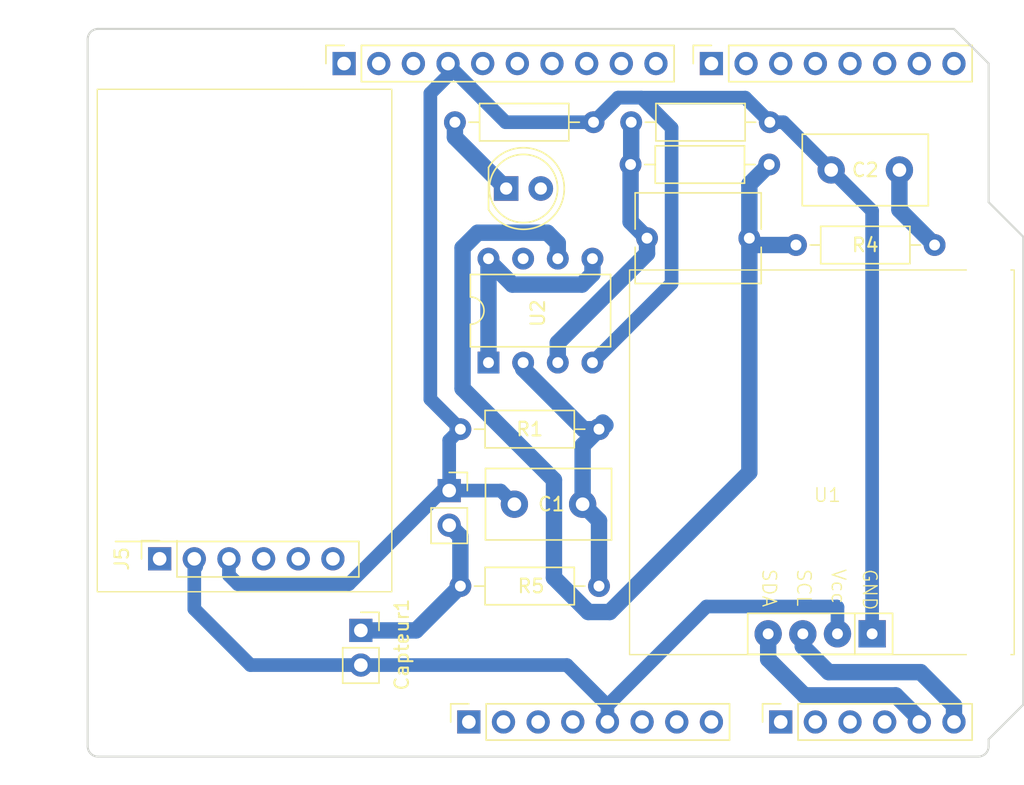
<source format=kicad_pcb>
(kicad_pcb (version 20241229) (generator "pcbnew") (generator_version "9.0")
  (title_block (date "mar. 31 mars 2015"))
  (layers (0 "F.Cu" signal) (2 "B.Cu" signal) (13 "F.Paste" user) (15 "B.Paste" user) (5 "F.SilkS" user "F.Silkscreen") (7 "B.SilkS" user "B.Silkscreen") (1 "F.Mask" user) (3 "B.Mask" user) (25 "Edge.Cuts" user))
  (net 0 "")
  (net 1 "GND")
  (net 3 "+5V")
  (net 4 "/IOREF")
  (net 5 "Net-(U2--)")
  (net 6 "/A1")
  (net 7 "/A2")
  (net 8 "/A3")
  (net 9 "/SDA{slash}A4")
  (net 10 "/SCL{slash}A5")
  (net 11 "/13")
  (net 12 "/12")
  (net 13 "/AREF")
  (net 14 "/8")
  (net 15 "/7")
  (net 16 "/*11")
  (net 17 "/*10")
  (net 18 "/*9")
  (net 19 "/4")
  (net 20 "/2")
  (net 21 "/*6")
  (net 22 "/*5")
  (net 23 "/TX{slash}1")
  (net 24 "/*3")
  (net 25 "/RX{slash}0")
  (net 26 "+3V3")
  (net 27 "VCC")
  (net 28 "/~{RESET}")
  (net 29 "AmpliOut")
  (net 30 "Net-(C4-Pad1)")
  (net 31 "Net-(U2-+)")
  (net 34 "Net-(D1-K)")
  (footprint "Connector_PinSocket_2.54mm:PinSocket_1x08_P2.54mm_Vertical" (layer "F.Cu") (at 127.94 97.46 90)
    (property "Reference" "J1" (hide yes))
    (property "Value" "Power")
    (fp_line (start 1.33 -1.33) (end 1.33 0) (stroke (width 0.12)) (layer "F.SilkS"))
    (fp_line (start 0 -1.33) (end 1.33 -1.33) (stroke (width 0.12)) (layer "F.SilkS"))
    (fp_line (start 1.33 1.27) (end 1.33 19.11) (stroke (width 0.12)) (layer "F.SilkS"))
    (fp_line (start -1.33 1.27) (end 1.33 1.27) (stroke (width 0.12)) (layer "F.SilkS"))
    (fp_line (start -1.33 1.27) (end -1.33 19.11) (stroke (width 0.12)) (layer "F.SilkS"))
    (fp_line (start -1.33 19.11) (end 1.33 19.11) (stroke (width 0.12)) (layer "F.SilkS"))
    (pad "1" thru_hole rect (at 0 0 90) (size 1.7 1.7) (drill 1) (layers "*.Cu" "*.Mask"))
    (pad "2" thru_hole oval (at 0 2.54 90) (size 1.7 1.7) (drill 1) (layers "*.Cu" "*.Mask") (net 4 "/IOREF"))
    (pad "3" thru_hole oval (at 0 5.08 90) (size 1.7 1.7) (drill 1) (layers "*.Cu" "*.Mask") (net 28 "/~{RESET}"))
    (pad "4" thru_hole oval (at 0 7.62 90) (size 1.7 1.7) (drill 1) (layers "*.Cu" "*.Mask") (net 26 "+3V3"))
    (pad "5" thru_hole oval (at 0 10.16 90) (size 1.7 1.7) (drill 1) (layers "*.Cu" "*.Mask") (net 3 "+5V"))
    (pad "6" thru_hole oval (at 0 12.7 90) (size 1.7 1.7) (drill 1) (layers "*.Cu" "*.Mask") (net 1 "GND"))
    (pad "7" thru_hole oval (at 0 15.24 90) (size 1.7 1.7) (drill 1) (layers "*.Cu" "*.Mask") (net 1 "GND"))
    (pad "8" thru_hole oval (at 0 17.78 90) (size 1.7 1.7) (drill 1) (layers "*.Cu" "*.Mask") (net 27 "VCC"))
  )
  (footprint "Connector_PinSocket_2.54mm:PinSocket_1x06_P2.54mm_Vertical" (layer "F.Cu") (at 150.8 97.46 90)
    (property "Reference" "J3" (hide yes))
    (property "Value" "Analog")
    (fp_line (start 1.33 -1.33) (end 1.33 0) (stroke (width 0.12)) (layer "F.SilkS"))
    (fp_line (start 0 -1.33) (end 1.33 -1.33) (stroke (width 0.12)) (layer "F.SilkS"))
    (fp_line (start 1.33 1.27) (end 1.33 14.03) (stroke (width 0.12)) (layer "F.SilkS"))
    (fp_line (start -1.33 1.27) (end 1.33 1.27) (stroke (width 0.12)) (layer "F.SilkS"))
    (fp_line (start -1.33 1.27) (end -1.33 14.03) (stroke (width 0.12)) (layer "F.SilkS"))
    (fp_line (start -1.33 14.03) (end 1.33 14.03) (stroke (width 0.12)) (layer "F.SilkS"))
    (pad "1" thru_hole rect (at 0 0 90) (size 1.7 1.7) (drill 1) (layers "*.Cu" "*.Mask") (net 29 "AmpliOut"))
    (pad "2" thru_hole oval (at 0 2.54 90) (size 1.7 1.7) (drill 1) (layers "*.Cu" "*.Mask") (net 6 "/A1"))
    (pad "3" thru_hole oval (at 0 5.08 90) (size 1.7 1.7) (drill 1) (layers "*.Cu" "*.Mask") (net 7 "/A2"))
    (pad "4" thru_hole oval (at 0 7.62 90) (size 1.7 1.7) (drill 1) (layers "*.Cu" "*.Mask") (net 8 "/A3"))
    (pad "5" thru_hole oval (at 0 10.16 90) (size 1.7 1.7) (drill 1) (layers "*.Cu" "*.Mask") (net 9 "/SDA{slash}A4"))
    (pad "6" thru_hole oval (at 0 12.7 90) (size 1.7 1.7) (drill 1) (layers "*.Cu" "*.Mask") (net 10 "/SCL{slash}A5"))
  )
  (footprint "Connector_PinSocket_2.54mm:PinSocket_1x10_P2.54mm_Vertical" (layer "F.Cu") (at 118.796 49.2 90)
    (property "Reference" "J2" (hide yes))
    (property "Value" "Digital/PWM")
    (fp_line (start 1.33 -1.33) (end 1.33 0) (stroke (width 0.12)) (layer "F.SilkS"))
    (fp_line (start 0 -1.33) (end 1.33 -1.33) (stroke (width 0.12)) (layer "F.SilkS"))
    (fp_line (start 1.33 1.27) (end 1.33 24.19) (stroke (width 0.12)) (layer "F.SilkS"))
    (fp_line (start -1.33 1.27) (end 1.33 1.27) (stroke (width 0.12)) (layer "F.SilkS"))
    (fp_line (start -1.33 1.27) (end -1.33 24.19) (stroke (width 0.12)) (layer "F.SilkS"))
    (fp_line (start -1.33 24.19) (end 1.33 24.19) (stroke (width 0.12)) (layer "F.SilkS"))
    (pad "1" thru_hole rect (at 0 0 90) (size 1.7 1.7) (drill 1) (layers "*.Cu" "*.Mask") (net 10 "/SCL{slash}A5"))
    (pad "2" thru_hole oval (at 0 2.54 90) (size 1.7 1.7) (drill 1) (layers "*.Cu" "*.Mask") (net 9 "/SDA{slash}A4"))
    (pad "3" thru_hole oval (at 0 5.08 90) (size 1.7 1.7) (drill 1) (layers "*.Cu" "*.Mask") (net 13 "/AREF"))
    (pad "4" thru_hole oval (at 0 7.62 90) (size 1.7 1.7) (drill 1) (layers "*.Cu" "*.Mask") (net 1 "GND"))
    (pad "5" thru_hole oval (at 0 10.16 90) (size 1.7 1.7) (drill 1) (layers "*.Cu" "*.Mask") (net 11 "/13"))
    (pad "6" thru_hole oval (at 0 12.7 90) (size 1.7 1.7) (drill 1) (layers "*.Cu" "*.Mask") (net 12 "/12"))
    (pad "7" thru_hole oval (at 0 15.24 90) (size 1.7 1.7) (drill 1) (layers "*.Cu" "*.Mask") (net 16 "/*11"))
    (pad "8" thru_hole oval (at 0 17.78 90) (size 1.7 1.7) (drill 1) (layers "*.Cu" "*.Mask") (net 17 "/*10"))
    (pad "9" thru_hole oval (at 0 20.32 90) (size 1.7 1.7) (drill 1) (layers "*.Cu" "*.Mask") (net 18 "/*9"))
    (pad "10" thru_hole oval (at 0 22.86 90) (size 1.7 1.7) (drill 1) (layers "*.Cu" "*.Mask") (net 14 "/8"))
  )
  (footprint "Connector_PinSocket_2.54mm:PinSocket_1x08_P2.54mm_Vertical" (layer "F.Cu") (at 145.72 49.2 90)
    (property "Reference" "J4" (hide yes))
    (property "Value" "Digital/PWM")
    (fp_line (start 1.33 -1.33) (end 1.33 0) (stroke (width 0.12)) (layer "F.SilkS"))
    (fp_line (start 0 -1.33) (end 1.33 -1.33) (stroke (width 0.12)) (layer "F.SilkS"))
    (fp_line (start 1.33 1.27) (end 1.33 19.11) (stroke (width 0.12)) (layer "F.SilkS"))
    (fp_line (start -1.33 1.27) (end 1.33 1.27) (stroke (width 0.12)) (layer "F.SilkS"))
    (fp_line (start -1.33 1.27) (end -1.33 19.11) (stroke (width 0.12)) (layer "F.SilkS"))
    (fp_line (start -1.33 19.11) (end 1.33 19.11) (stroke (width 0.12)) (layer "F.SilkS"))
    (pad "1" thru_hole rect (at 0 0 90) (size 1.7 1.7) (drill 1) (layers "*.Cu" "*.Mask") (net 15 "/7"))
    (pad "2" thru_hole oval (at 0 2.54 90) (size 1.7 1.7) (drill 1) (layers "*.Cu" "*.Mask") (net 21 "/*6"))
    (pad "3" thru_hole oval (at 0 5.08 90) (size 1.7 1.7) (drill 1) (layers "*.Cu" "*.Mask") (net 22 "/*5"))
    (pad "4" thru_hole oval (at 0 7.62 90) (size 1.7 1.7) (drill 1) (layers "*.Cu" "*.Mask") (net 19 "/4"))
    (pad "5" thru_hole oval (at 0 10.16 90) (size 1.7 1.7) (drill 1) (layers "*.Cu" "*.Mask") (net 24 "/*3"))
    (pad "6" thru_hole oval (at 0 12.7 90) (size 1.7 1.7) (drill 1) (layers "*.Cu" "*.Mask") (net 20 "/2"))
    (pad "7" thru_hole oval (at 0 15.24 90) (size 1.7 1.7) (drill 1) (layers "*.Cu" "*.Mask") (net 23 "/TX{slash}1"))
    (pad "8" thru_hole oval (at 0 17.78 90) (size 1.7 1.7) (drill 1) (layers "*.Cu" "*.Mask") (net 25 "/RX{slash}0"))
  )
  (footprint "Capacitor_THT:C_Disc_D9.0mm_W5.0mm_P5.00mm" (layer "F.Cu") (at 131.28 81.5)
    (property "Reference" "C1" (at 2.72 0 0) (layer "F.SilkS"))
    (property "Value" "100n" (hide yes))
    (fp_line (start -2.12 -2.62) (end -2.12 2.62) (stroke (width 0.12)) (layer "F.SilkS"))
    (fp_line (start -2.12 -2.62) (end 7.12 -2.62) (stroke (width 0.12)) (layer "F.SilkS"))
    (fp_line (start -2.12 2.62) (end 7.12 2.62) (stroke (width 0.12)) (layer "F.SilkS"))
    (fp_line (start 7.12 -2.62) (end 7.12 2.62) (stroke (width 0.12)) (layer "F.SilkS"))
    (pad "1" thru_hole circle (at 0 0) (size 2 2) (drill 1) (layers "*.Cu" "*.Mask") (net 1 "GND"))
    (pad "2" thru_hole circle (at 5 0) (size 2 2) (drill 1) (layers "*.Cu" "*.Mask") (net 5 "Net-(U2--)"))
  )
  (footprint "Resistor_THT:R_Axial_DIN0207_L6.3mm_D2.5mm_P10.16mm_Horizontal" (layer "F.Cu") (at 127.32 87.5)
    (property "Reference" "R5" (at 5.18 0 0) (layer "F.SilkS"))
    (property "Value" "10k" (hide yes))
    (fp_line (start 1.04 0) (end 1.81 0) (stroke (width 0.12)) (layer "F.SilkS"))
    (fp_line (start 1.81 -1.37) (end 1.81 1.37) (stroke (width 0.12)) (layer "F.SilkS"))
    (fp_line (start 1.81 1.37) (end 8.35 1.37) (stroke (width 0.12)) (layer "F.SilkS"))
    (fp_line (start 8.35 -1.37) (end 1.81 -1.37) (stroke (width 0.12)) (layer "F.SilkS"))
    (fp_line (start 8.35 1.37) (end 8.35 -1.37) (stroke (width 0.12)) (layer "F.SilkS"))
    (fp_line (start 9.12 0) (end 8.35 0) (stroke (width 0.12)) (layer "F.SilkS"))
    (pad "1" thru_hole circle (at 0 0) (size 1.6 1.6) (drill 0.8) (layers "*.Cu" "*.Mask") (net 22 "/*5"))
    (pad "2" thru_hole oval (at 10.16 0) (size 1.6 1.6) (drill 0.8) (layers "*.Cu" "*.Mask") (net 5 "Net-(U2--)"))
  )
  (footprint "projet_capteur_artur:HC-05_footprint" (layer "F.Cu") (at 105.277 85.502 90)
    (property "Reference" "J5" (at 0 -2.77 90) (layer "F.SilkS"))
    (property "Value" "HC-05")
    (fp_line (start 1.27 -3.235) (end 1.27 14.605) (stroke (width 0.12)) (layer "F.SilkS"))
    (fp_line (start 1.33 -1.33) (end 1.33 0) (stroke (width 0.12)) (layer "F.SilkS"))
    (fp_line (start 0 -1.33) (end 1.33 -1.33) (stroke (width 0.12)) (layer "F.SilkS"))
    (fp_line (start -1.33 1.27) (end 1.33 1.27) (stroke (width 0.12)) (layer "F.SilkS"))
    (fp_line (start -1.33 1.27) (end -1.33 14.605) (stroke (width 0.12)) (layer "F.SilkS"))
    (fp_line (start -1.33 14.605) (end 1.27 14.605) (stroke (width 0.12)) (layer "F.SilkS"))
    (fp_rect (start -2.413 -4.572) (end 34.417 17.018) (stroke (width 0.1)) (fill no) (layer "F.SilkS"))
    (pad "1" thru_hole rect (at 0 0 90) (size 1.7 1.7) (drill 1) (layers "*.Cu" "*.Mask"))
    (pad "2" thru_hole oval (at 0 2.54 90) (size 1.7 1.7) (drill 1) (layers "*.Cu" "*.Mask") (net 3 "+5V"))
    (pad "3" thru_hole oval (at 0 5.08 90) (size 1.7 1.7) (drill 1) (layers "*.Cu" "*.Mask") (net 1 "GND"))
    (pad "4" thru_hole oval (at 0 7.62 90) (size 1.7 1.7) (drill 1) (layers "*.Cu" "*.Mask") (net 20 "/2"))
    (pad "5" thru_hole oval (at 0 10.16 90) (size 1.7 1.7) (drill 1) (layers "*.Cu" "*.Mask") (net 24 "/*3"))
    (pad "6" thru_hole oval (at 0 12.7 90) (size 1.7 1.7) (drill 1) (layers "*.Cu" "*.Mask"))
  )
  (footprint "Connector_PinSocket_2.54mm:PinSocket_1x02_P2.54mm_Vertical" (layer "F.Cu") (at 126.5 80.5)
    (property "Reference" "Entree_Sin1" (hide yes))
    (property "Value" "Conn_01x02" (hide yes))
    (fp_line (start -1.33 1.27) (end -1.33 3.87) (stroke (width 0.12)) (layer "F.SilkS"))
    (fp_line (start -1.33 1.27) (end 1.33 1.27) (stroke (width 0.12)) (layer "F.SilkS"))
    (fp_line (start -1.33 3.87) (end 1.33 3.87) (stroke (width 0.12)) (layer "F.SilkS"))
    (fp_line (start 0 -1.33) (end 1.33 -1.33) (stroke (width 0.12)) (layer "F.SilkS"))
    (fp_line (start 1.33 -1.33) (end 1.33 0) (stroke (width 0.12)) (layer "F.SilkS"))
    (fp_line (start 1.33 1.27) (end 1.33 3.87) (stroke (width 0.12)) (layer "F.SilkS"))
    (pad "1" thru_hole rect (at 0 0) (size 1.7 1.7) (drill 1) (layers "*.Cu" "*.Mask") (net 1 "GND"))
    (pad "2" thru_hole oval (at 0 2.54) (size 1.7 1.7) (drill 1) (layers "*.Cu" "*.Mask") (net 22 "/*5"))
  )
  (footprint "Resistor_THT:R_Axial_DIN0207_L6.3mm_D2.5mm_P10.16mm_Horizontal" (layer "F.Cu") (at 137.48 76 180)
    (property "Reference" "R1" (at 5.08 0 0) (layer "F.SilkS"))
    (property "Value" "100k" (hide yes))
    (fp_line (start 9.12 0) (end 8.35 0) (stroke (width 0.12)) (layer "F.SilkS"))
    (fp_line (start 8.35 1.37) (end 8.35 -1.37) (stroke (width 0.12)) (layer "F.SilkS"))
    (fp_line (start 8.35 -1.37) (end 1.81 -1.37) (stroke (width 0.12)) (layer "F.SilkS"))
    (fp_line (start 1.81 1.37) (end 8.35 1.37) (stroke (width 0.12)) (layer "F.SilkS"))
    (fp_line (start 1.81 -1.37) (end 1.81 1.37) (stroke (width 0.12)) (layer "F.SilkS"))
    (fp_line (start 1.04 0) (end 1.81 0) (stroke (width 0.12)) (layer "F.SilkS"))
    (pad "1" thru_hole circle (at 0 0 180) (size 1.6 1.6) (drill 0.8) (layers "*.Cu" "*.Mask") (net 5 "Net-(U2--)"))
    (pad "2" thru_hole oval (at 10.16 0 180) (size 1.6 1.6) (drill 0.8) (layers "*.Cu" "*.Mask") (net 1 "GND"))
  )
  (footprint "projet_capteur_artur:OLED1306" (layer "F.Cu") (at 154.22 80.33 180)
    (property "Reference" "U1" (at 0 -0.5 0) (layer "F.SilkS") (effects (font (thickness 0.1))))
    (property "Value" "~" (hide yes))
    (fp_line (start 5.84 -9.17) (end -4.78 -9.17) (stroke (width 0.12)) (layer "F.SilkS"))
    (fp_line (start 5.84 -12.17) (end 5.84 -9.17) (stroke (width 0.12)) (layer "F.SilkS"))
    (fp_line (start -2.01 -12.17) (end -2.01 -9.17) (stroke (width 0.12)) (layer "F.SilkS"))
    (fp_line (start -4.78 -9.17) (end -4.78 -12.17) (stroke (width 0.12)) (layer "F.SilkS"))
    (fp_line (start -4.78 -12.17) (end 5.84 -12.17) (stroke (width 0.12)) (layer "F.SilkS"))
    (fp_rect (start -13.694 -12.194) (end 14.5 16) (stroke (width 0.1)) (fill no) (layer "F.SilkS"))
    (fp_text user "Vcc" (at -0.232 -5.844 270) (layer "F.SilkS") (effects (font (thickness 0.1)) (justify left bottom)))
    (fp_text user "SDA" (at 4.848 -5.844 270) (layer "F.SilkS") (effects (font (thickness 0.1)) (justify left bottom)))
    (fp_text user "SCL" (at 2.308 -5.844 270) (layer "F.SilkS") (effects (font (thickness 0.1)) (justify left bottom)))
    (fp_text user "GND" (at -2.518 -5.844 270) (layer "F.SilkS") (effects (font (thickness 0.1)) (justify left bottom)))
    (pad "1" thru_hole rect (at -3.28 -10.67 180) (size 2 2) (drill 0.8) (layers "*.Cu" "*.Mask") (net 1 "GND"))
    (pad "2" thru_hole circle (at -0.74 -10.67 180) (size 2 2) (drill 0.8) (layers "*.Cu" "*.Mask") (net 3 "+5V"))
    (pad "3" thru_hole circle (at 1.8 -10.67 180) (size 2 2) (drill 0.8) (layers "*.Cu" "*.Mask") (net 10 "/SCL{slash}A5"))
    (pad "4" thru_hole circle (at 4.34 -10.67 180) (size 2 2) (drill 0.8) (layers "*.Cu" "*.Mask") (net 9 "/SDA{slash}A4"))
  )
  (footprint "Resistor_THT:R_Axial_DIN0207_L6.3mm_D2.5mm_P10.16mm_Horizontal" (layer "F.Cu") (at 139.84 53.5)
    (property "Reference" "R2" (hide yes))
    (property "Value" "1k" (hide yes))
    (fp_line (start 1.04 0) (end 1.81 0) (stroke (width 0.12)) (layer "F.SilkS"))
    (fp_line (start 1.81 -1.37) (end 1.81 1.37) (stroke (width 0.12)) (layer "F.SilkS"))
    (fp_line (start 1.81 1.37) (end 8.35 1.37) (stroke (width 0.12)) (layer "F.SilkS"))
    (fp_line (start 8.35 -1.37) (end 1.81 -1.37) (stroke (width 0.12)) (layer "F.SilkS"))
    (fp_line (start 8.35 1.37) (end 8.35 -1.37) (stroke (width 0.12)) (layer "F.SilkS"))
    (fp_line (start 9.12 0) (end 8.35 0) (stroke (width 0.12)) (layer "F.SilkS"))
    (pad "1" thru_hole circle (at 0 0) (size 1.6 1.6) (drill 0.8) (layers "*.Cu" "*.Mask") (net 31 "Net-(U2-+)"))
    (pad "2" thru_hole oval (at 10.16 0) (size 1.6 1.6) (drill 0.8) (layers "*.Cu" "*.Mask") (net 1 "GND"))
  )
  (footprint "Capacitor_THT:C_Rect_L9.0mm_W6.4mm_P7.50mm_MKT" (layer "F.Cu") (at 148.5 62 180)
    (property "Reference" "C4" (hide yes))
    (property "Value" "1µ" (hide yes))
    (fp_line (start 8.37 0.665) (end 8.37 3.32) (stroke (width 0.12)) (layer "F.SilkS"))
    (fp_line (start 8.37 -3.32) (end 8.37 -0.665) (stroke (width 0.12)) (layer "F.SilkS"))
    (fp_line (start -0.87 3.32) (end 8.37 3.32) (stroke (width 0.12)) (layer "F.SilkS"))
    (fp_line (start -0.87 0.665) (end -0.87 3.32) (stroke (width 0.12)) (layer "F.SilkS"))
    (fp_line (start -0.87 -3.32) (end 8.37 -3.32) (stroke (width 0.12)) (layer "F.SilkS"))
    (fp_line (start -0.87 -3.32) (end -0.87 -0.665) (stroke (width 0.12)) (layer "F.SilkS"))
    (pad "1" thru_hole circle (at 0 0 180) (size 1.6 1.6) (drill 0.8) (layers "*.Cu" "*.Mask") (net 30 "Net-(C4-Pad1)"))
    (pad "2" thru_hole circle (at 7.5 0 180) (size 1.6 1.6) (drill 0.8) (layers "*.Cu" "*.Mask") (net 31 "Net-(U2-+)"))
  )
  (footprint "Package_DIP:DIP-8_W7.62mm" (layer "F.Cu") (at 129.38 71.12 90)
    (property "Reference" "U2" (at 3.62 3.62 90) (layer "F.SilkS"))
    (property "Value" "LTC1050")
    (fp_line (start 6.46 -1.33) (end 4.81 -1.33) (stroke (width 0.12)) (layer "F.SilkS"))
    (fp_line (start 2.81 -1.33) (end 1.16 -1.33) (stroke (width 0.12)) (layer "F.SilkS"))
    (fp_line (start 1.16 -1.33) (end 1.16 8.95) (stroke (width 0.12)) (layer "F.SilkS"))
    (fp_line (start 6.46 8.95) (end 6.46 -1.33) (stroke (width 0.12)) (layer "F.SilkS"))
    (fp_line (start 1.16 8.95) (end 6.46 8.95) (stroke (width 0.12)) (layer "F.SilkS"))
    (fp_arc (start 4.81 -1.33) (mid 3.81 -0.33) (end 2.81 -1.33) (stroke (width 0.12)) (layer "F.SilkS"))
    (pad "1" thru_hole rect (at 0 0 90) (size 1.6 1.6) (drill 0.8) (layers "*.Cu" "*.Mask"))
    (pad "2" thru_hole oval (at 0 2.54 90) (size 1.6 1.6) (drill 0.8) (layers "*.Cu" "*.Mask") (net 5 "Net-(U2--)"))
    (pad "3" thru_hole oval (at 0 5.08 90) (size 1.6 1.6) (drill 0.8) (layers "*.Cu" "*.Mask") (net 31 "Net-(U2-+)"))
    (pad "4" thru_hole oval (at 0 7.62 90) (size 1.6 1.6) (drill 0.8) (layers "*.Cu" "*.Mask") (net 1 "GND"))
    (pad "5" thru_hole oval (at 7.62 7.62 90) (size 1.6 1.6) (drill 0.8) (layers "*.Cu" "*.Mask"))
    (pad "6" thru_hole oval (at 7.62 5.08 90) (size 1.6 1.6) (drill 0.8) (layers "*.Cu" "*.Mask") (net 30 "Net-(C4-Pad1)"))
    (pad "7" thru_hole oval (at 7.62 2.54 90) (size 1.6 1.6) (drill 0.8) (layers "*.Cu" "*.Mask") (net 3 "+5V"))
    (pad "8" thru_hole oval (at 7.62 0 90) (size 1.6 1.6) (drill 0.8) (layers "*.Cu" "*.Mask"))
  )
  (footprint "Arduino_MountingHole:MountingHole_3.2mm" (layer "F.Cu") (at 115.24 49.2)
    (property "Reference" "MH1" (hide yes))
    (property "Value" "MountingHole_3.2mm" (hide yes))
    (pad "" np_thru_hole circle (at 0 0) (size 3.2 3.2) (drill 3.2) (layers "*.Cu" "*.Mask"))
  )
  (footprint "Connector_PinSocket_2.54mm:PinSocket_1x02_P2.54mm_Vertical" (layer "F.Cu") (at 120.025 90.75)
    (property "Reference" "Capteur1" (at 3 1.04 90) (layer "F.SilkS"))
    (property "Value" "Conn_01x02" (hide yes))
    (fp_line (start -1.33 1.27) (end -1.33 3.87) (stroke (width 0.12)) (layer "F.SilkS"))
    (fp_line (start -1.33 1.27) (end 1.33 1.27) (stroke (width 0.12)) (layer "F.SilkS"))
    (fp_line (start -1.33 3.87) (end 1.33 3.87) (stroke (width 0.12)) (layer "F.SilkS"))
    (fp_line (start 0 -1.33) (end 1.33 -1.33) (stroke (width 0.12)) (layer "F.SilkS"))
    (fp_line (start 1.33 -1.33) (end 1.33 0) (stroke (width 0.12)) (layer "F.SilkS"))
    (fp_line (start 1.33 1.27) (end 1.33 3.87) (stroke (width 0.12)) (layer "F.SilkS"))
    (pad "1" thru_hole rect (at 0 0) (size 1.7 1.7) (drill 1) (layers "*.Cu" "*.Mask") (net 22 "/*5"))
    (pad "2" thru_hole oval (at 0 2.54) (size 1.7 1.7) (drill 1) (layers "*.Cu" "*.Mask") (net 3 "+5V"))
  )
  (footprint "Resistor_THT:R_Axial_DIN0207_L6.3mm_D2.5mm_P10.16mm_Horizontal" (layer "F.Cu") (at 149.955 56.6 180)
    (property "Reference" "R3" (hide yes))
    (property "Value" "100k" (hide yes))
    (fp_line (start 9.12 0) (end 8.35 0) (stroke (width 0.12)) (layer "F.SilkS"))
    (fp_line (start 8.35 1.37) (end 8.35 -1.37) (stroke (width 0.12)) (layer "F.SilkS"))
    (fp_line (start 8.35 -1.37) (end 1.81 -1.37) (stroke (width 0.12)) (layer "F.SilkS"))
    (fp_line (start 1.81 1.37) (end 8.35 1.37) (stroke (width 0.12)) (layer "F.SilkS"))
    (fp_line (start 1.81 -1.37) (end 1.81 1.37) (stroke (width 0.12)) (layer "F.SilkS"))
    (fp_line (start 1.04 0) (end 1.81 0) (stroke (width 0.12)) (layer "F.SilkS"))
    (pad "1" thru_hole circle (at 0 0 180) (size 1.6 1.6) (drill 0.8) (layers "*.Cu" "*.Mask") (net 30 "Net-(C4-Pad1)"))
    (pad "2" thru_hole oval (at 10.16 0 180) (size 1.6 1.6) (drill 0.8) (layers "*.Cu" "*.Mask") (net 31 "Net-(U2-+)"))
  )
  (footprint "Resistor_THT:R_Axial_DIN0207_L6.3mm_D2.5mm_P10.16mm_Horizontal" (layer "F.Cu") (at 151.92 62.5)
    (property "Reference" "R4" (at 5.08 0 0) (layer "F.SilkS"))
    (property "Value" "1k" (hide yes))
    (fp_line (start 1.04 0) (end 1.81 0) (stroke (width 0.12)) (layer "F.SilkS"))
    (fp_line (start 1.81 -1.37) (end 1.81 1.37) (stroke (width 0.12)) (layer "F.SilkS"))
    (fp_line (start 1.81 1.37) (end 8.35 1.37) (stroke (width 0.12)) (layer "F.SilkS"))
    (fp_line (start 8.35 -1.37) (end 1.81 -1.37) (stroke (width 0.12)) (layer "F.SilkS"))
    (fp_line (start 8.35 1.37) (end 8.35 -1.37) (stroke (width 0.12)) (layer "F.SilkS"))
    (fp_line (start 9.12 0) (end 8.35 0) (stroke (width 0.12)) (layer "F.SilkS"))
    (pad "1" thru_hole circle (at 0 0) (size 1.6 1.6) (drill 0.8) (layers "*.Cu" "*.Mask") (net 30 "Net-(C4-Pad1)"))
    (pad "2" thru_hole oval (at 10.16 0) (size 1.6 1.6) (drill 0.8) (layers "*.Cu" "*.Mask") (net 29 "AmpliOut"))
  )
  (footprint "LED_THT:LED_D5.0mm" (layer "F.Cu") (at 130.675 58.36)
    (property "Reference" "D1" (hide yes))
    (property "Value" "LED" (hide yes))
    (fp_line (start -1.29 -1.545) (end -1.29 1.545) (stroke (width 0.12)) (layer "F.SilkS"))
    (fp_arc (start -1.29 -1.54483) (mid 2.071756 -2.880501) (end 4.26 -0.000048) (stroke (width 0.12)) (layer "F.SilkS"))
    (fp_arc (start 4.26 0.000048) (mid 2.071756 2.880501) (end -1.29 1.54483) (stroke (width 0.12)) (layer "F.SilkS"))
    (fp_circle (center 1.27 0) (end 3.77 0) (stroke (width 0.12)) (fill no) (layer "F.SilkS"))
    (pad "1" thru_hole rect (at 0 0) (size 1.8 1.8) (drill 0.9) (layers "*.Cu" "*.Mask") (net 34 "Net-(D1-K)"))
    (pad "2" thru_hole circle (at 2.54 0) (size 1.8 1.8) (drill 0.9) (layers "*.Cu" "*.Mask") (net 19 "/4"))
  )
  (footprint "Arduino_MountingHole:MountingHole_3.2mm" (layer "F.Cu") (at 113.97 97.46)
    (property "Reference" "MH2" (hide yes))
    (property "Value" "MountingHole_3.2mm" (hide yes))
    (pad "" np_thru_hole circle (at 0 0) (size 3.2 3.2) (drill 3.2) (layers "*.Cu" "*.Mask"))
  )
  (footprint "Resistor_THT:R_Axial_DIN0207_L6.3mm_D2.5mm_P10.16mm_Horizontal" (layer "F.Cu") (at 126.92 53.5)
    (property "Reference" "R6" (hide yes))
    (property "Value" "R" (hide yes))
    (fp_line (start 1.04 0) (end 1.81 0) (stroke (width 0.12)) (layer "F.SilkS"))
    (fp_line (start 1.81 -1.37) (end 1.81 1.37) (stroke (width 0.12)) (layer "F.SilkS"))
    (fp_line (start 1.81 1.37) (end 8.35 1.37) (stroke (width 0.12)) (layer "F.SilkS"))
    (fp_line (start 8.35 -1.37) (end 1.81 -1.37) (stroke (width 0.12)) (layer "F.SilkS"))
    (fp_line (start 8.35 1.37) (end 8.35 -1.37) (stroke (width 0.12)) (layer "F.SilkS"))
    (fp_line (start 9.12 0) (end 8.35 0) (stroke (width 0.12)) (layer "F.SilkS"))
    (pad "1" thru_hole circle (at 0 0) (size 1.6 1.6) (drill 0.8) (layers "*.Cu" "*.Mask") (net 34 "Net-(D1-K)"))
    (pad "2" thru_hole oval (at 10.16 0) (size 1.6 1.6) (drill 0.8) (layers "*.Cu" "*.Mask") (net 1 "GND"))
  )
  (footprint "Arduino_MountingHole:MountingHole_3.2mm" (layer "F.Cu") (at 166.04 64.44)
    (property "Reference" "MH3" (hide yes))
    (property "Value" "MountingHole_3.2mm" (hide yes))
    (pad "" np_thru_hole circle (at 0 0) (size 3.2 3.2) (drill 3.2) (layers "*.Cu" "*.Mask"))
  )
  (footprint "Capacitor_THT:C_Disc_D9.0mm_W5.0mm_P5.00mm" (layer "F.Cu") (at 154.5 57)
    (property "Reference" "C2" (at 2.5 0 0) (layer "F.SilkS"))
    (property "Value" "100n" (hide yes))
    (fp_line (start -2.12 -2.62) (end -2.12 2.62) (stroke (width 0.12)) (layer "F.SilkS"))
    (fp_line (start -2.12 -2.62) (end 7.12 -2.62) (stroke (width 0.12)) (layer "F.SilkS"))
    (fp_line (start -2.12 2.62) (end 7.12 2.62) (stroke (width 0.12)) (layer "F.SilkS"))
    (fp_line (start 7.12 -2.62) (end 7.12 2.62) (stroke (width 0.12)) (layer "F.SilkS"))
    (pad "1" thru_hole circle (at 0 0) (size 2 2) (drill 1) (layers "*.Cu" "*.Mask") (net 1 "GND"))
    (pad "2" thru_hole circle (at 5 0) (size 2 2) (drill 1) (layers "*.Cu" "*.Mask") (net 29 "AmpliOut"))
  )
  (footprint "Arduino_MountingHole:MountingHole_3.2mm" (layer "F.Cu") (at 166.04 92.38)
    (property "Reference" "MH4" (hide yes))
    (property "Value" "MountingHole_3.2mm" (hide yes))
    (pad "" np_thru_hole circle (at 0 0) (size 3.2 3.2) (drill 3.2) (layers "*.Cu" "*.Mask"))
  )
  (gr_line (start 166.04 59.36) (end 168.58 61.9) (stroke (width 0.15)) (layer "Edge.Cuts"))
  (gr_line (start 100 99.238) (end 100 47.422) (stroke (width 0.15)) (layer "Edge.Cuts"))
  (gr_line (start 168.58 61.9) (end 168.58 96.19) (stroke (width 0.15)) (layer "Edge.Cuts"))
  (gr_line (start 165.278 100) (end 100.762 100) (stroke (width 0.15)) (layer "Edge.Cuts"))
  (gr_line (start 100.762 46.66) (end 163.5 46.66) (stroke (width 0.15)) (layer "Edge.Cuts"))
  (gr_arc (start 100.762 100) (mid 100.223185 99.776815) (end 100 99.238) (stroke (width 0.15)) (layer "Edge.Cuts"))
  (gr_line (start 168.58 96.19) (end 166.04 98.73) (stroke (width 0.15)) (layer "Edge.Cuts"))
  (gr_line (start 163.5 46.66) (end 166.04 49.2) (stroke (width 0.15)) (layer "Edge.Cuts"))
  (gr_arc (start 166.04 99.238) (mid 165.816815 99.776815) (end 165.278 100) (stroke (width 0.15)) (layer "Edge.Cuts"))
  (gr_line (start 166.04 49.2) (end 166.04 59.36) (stroke (width 0.15)) (layer "Edge.Cuts"))
  (gr_line (start 166.04 98.73) (end 166.04 99.238) (stroke (width 0.15)) (layer "Edge.Cuts"))
  (gr_arc (start 100 47.422) (mid 100.223185 46.883185) (end 100.762 46.66) (stroke (width 0.15)) (layer "Edge.Cuts"))
  (segment (start 136.23037 65.401) (end 131.13258 65.401) (width 1.2) (layer "B.Cu") (net 0))
  (segment (start 131.13258 65.401) (end 129.38 63.64842) (width 1.2) (layer "B.Cu") (net 0))
  (segment (start 129.38 63.5) (end 129.38 71.12) (width 1.2) (layer "B.Cu") (net 0))
  (segment (start 137 64.63137) (end 136.23037 65.401) (width 1.2) (layer "B.Cu") (net 0))
  (segment (start 137 63.5) (end 137 64.63137) (width 1.2) (layer "B.Cu") (net 0))
  (segment (start 129.38 63.64842) (end 129.38 63.5) (width 1.2) (layer "B.Cu") (net 0))
  (segment (start 150 53.5) (end 151 53.5) (width 1) (layer "B.Cu") (net 1))
  (segment (start 126.5 76.82) (end 127.32 76) (width 1) (layer "B.Cu") (net 1))
  (segment (start 125.119 51.381) (end 126.416 50.084) (width 1) (layer "B.Cu") (net 1))
  (segment (start 130.28 80.5) (end 126.5 80.5) (width 1) (layer "B.Cu") (net 1))
  (segment (start 126 80.5) (end 126.5 80.5) (width 1) (layer "B.Cu") (net 1))
  (segment (start 142.801 53.914001) (end 142.801 65.319) (width 1) (layer "B.Cu") (net 1))
  (segment (start 151 53.5) (end 154.5 57) (width 1) (layer "B.Cu") (net 1))
  (segment (start 110.357 86.704081) (end 111.005919 87.353) (width 1) (layer "B.Cu") (net 1))
  (segment (start 126.5 80.5) (end 126.5 76.82) (width 1) (layer "B.Cu") (net 1))
  (segment (start 148.199 51.699) (end 138.881 51.699) (width 1) (layer "B.Cu") (net 1))
  (segment (start 126.416 49.27771) (end 126.416 49.2) (width 1) (layer "B.Cu") (net 1))
  (segment (start 138.881 51.699) (end 140.585999 51.699) (width 1) (layer "B.Cu") (net 1))
  (segment (start 130.63829 53.5) (end 126.416 49.27771) (width 1) (layer "B.Cu") (net 1))
  (segment (start 157.5 60) (end 154.5 57) (width 1) (layer "B.Cu") (net 1))
  (segment (start 126.416 50.084) (end 126.416 49.2) (width 1) (layer "B.Cu") (net 1))
  (segment (start 131.28 81.5) (end 130.28 80.5) (width 1) (layer "B.Cu") (net 1))
  (segment (start 125.119 73.799) (end 125.119 51.381) (width 1) (layer "B.Cu") (net 1))
  (segment (start 157.5 91) (end 157.5 60) (width 1) (layer "B.Cu") (net 1))
  (segment (start 119.147 87.353) (end 126 80.5) (width 1) (layer "B.Cu") (net 1))
  (segment (start 110.357 85.502) (end 110.357 86.704081) (width 1) (layer "B.Cu") (net 1))
  (segment (start 142.801 65.319) (end 137 71.12) (width 1) (layer "B.Cu") (net 1))
  (segment (start 137.08 53.5) (end 130.63829 53.5) (width 1) (layer "B.Cu") (net 1))
  (segment (start 137.08 53.5) (end 138.881 51.699) (width 1) (layer "B.Cu") (net 1))
  (segment (start 150 53.5) (end 148.199 51.699) (width 1) (layer "B.Cu") (net 1))
  (segment (start 111.005919 87.353) (end 119.147 87.353) (width 1) (layer "B.Cu") (net 1))
  (segment (start 140.585999 51.699) (end 142.801 53.914001) (width 1) (layer "B.Cu") (net 1))
  (segment (start 127.32 76) (end 125.119 73.799) (width 1) (layer "B.Cu") (net 1))
  (segment (start 107.817 89.176) (end 111.931 93.29) (width 1) (layer "B.Cu") (net 3))
  (segment (start 111.931 93.29) (end 120.025 93.29) (width 1) (layer "B.Cu") (net 3))
  (segment (start 107.817 85.502) (end 107.817 89.176) (width 1) (layer "B.Cu") (net 3))
  (segment (start 138.1 96.257919) (end 138.1 97.46) (width 1) (layer "B.Cu") (net 3))
  (segment (start 135.132081 93.29) (end 138.1 96.257919) (width 1) (layer "B.Cu") (net 3))
  (segment (start 154.919 88.999) (end 145.358919 88.999) (width 1) (layer "B.Cu") (net 3))
  (segment (start 120.025 93.29) (end 135.132081 93.29) (width 1) (layer "B.Cu") (net 3))
  (segment (start 107.96 86) (end 107.96 86.07771) (width 1) (layer "B.Cu") (net 3))
  (segment (start 145.358919 88.999) (end 138.1 96.257919) (width 1) (layer "B.Cu") (net 3))
  (segment (start 154.96 91) (end 154.96 89.04) (width 1) (layer "B.Cu") (net 3))
  (segment (start 154.96 89.04) (end 154.919 88.999) (width 1) (layer "B.Cu") (net 3))
  (segment (start 137.48 82.7) (end 136.28 81.5) (width 1.2) (layer "B.Cu") (net 5))
  (segment (start 136.28 77.2) (end 137.48 76) (width 1.2) (layer "B.Cu") (net 5))
  (segment (start 131.92 71.57137) (end 131.92 71.12) (width 1.2) (layer "B.Cu") (net 5))
  (segment (start 136.28 81.5) (end 136.28 77.2) (width 1.2) (layer "B.Cu") (net 5))
  (segment (start 137.48 87.5) (end 137.48 82.7) (width 1.2) (layer "B.Cu") (net 5))
  (segment (start 137.48 76) (end 136.34863 76) (width 1.2) (layer "B.Cu") (net 5))
  (segment (start 136.34863 76) (end 131.92 71.57137) (width 1.2) (layer "B.Cu") (net 5))
  (segment (start 137.763999 75.51) (end 137.954999 75.701) (width 1.2) (layer "B.Cu") (net 5))
  (segment (start 152.531869 95.509) (end 159.228131 95.509) (width 1.2) (layer "B.Cu") (net 9))
  (segment (start 159.228131 95.509) (end 160.96 97.240869) (width 1.2) (layer "B.Cu") (net 9))
  (segment (start 160.96 97.240869) (end 160.96 97.46) (width 1.2) (layer "B.Cu") (net 9))
  (segment (start 149.88 91) (end 149.88 92.857131) (width 1.2) (layer "B.Cu") (net 9))
  (segment (start 149.88 92.857131) (end 152.531869 95.509) (width 1.2) (layer "B.Cu") (net 9))
  (segment (start 163.5 96.257919) (end 163.5 97.46) (width 1.2) (layer "B.Cu") (net 10))
  (segment (start 161.050081 93.808) (end 163.5 96.257919) (width 1.2) (layer "B.Cu") (net 10))
  (segment (start 152.42 91.92) (end 154.308 93.808) (width 1.2) (layer "B.Cu") (net 10))
  (segment (start 152.42 91) (end 152.42 91.92) (width 1.2) (layer "B.Cu") (net 10))
  (segment (start 154.308 93.808) (end 161.050081 93.808) (width 1.2) (layer "B.Cu") (net 10))
  (segment (start 127.32 87.5) (end 127.32 83.86) (width 1.2) (layer "B.Cu") (net 22))
  (segment (start 127.32 83.86) (end 126.5 83.04) (width 1.2) (layer "B.Cu") (net 22))
  (segment (start 124.07 90.75) (end 127.32 87.5) (width 1.2) (layer "B.Cu") (net 22))
  (segment (start 120.025 90.75) (end 124.07 90.75) (width 1.2) (layer "B.Cu") (net 22))
  (segment (start 159.5 57) (end 159.5 59.92) (width 1.2) (layer "B.Cu") (net 29))
  (segment (start 159.5 59.92) (end 162.08 62.5) (width 1.2) (layer "B.Cu") (net 29))
  (segment (start 138.26742 89.401) (end 136.69258 89.401) (width 1.2) (layer "B.Cu") (net 30))
  (segment (start 151.92 62.5) (end 149 62.5) (width 1.2) (layer "B.Cu") (net 30))
  (segment (start 148.5 62) (end 148.5 79.16842) (width 1.2) (layer "B.Cu") (net 30))
  (segment (start 134.179 79.721) (end 127.479 73.021) (width 1.2) (layer "B.Cu") (net 30))
  (segment (start 127.479 73.021) (end 127.479 62.71258) (width 1.2) (layer "B.Cu") (net 30))
  (segment (start 148.5 79.16842) (end 138.26742 89.401) (width 1.2) (layer "B.Cu") (net 30))
  (segment (start 149 62.5) (end 148.5 62) (width 1.2) (layer "B.Cu") (net 30))
  (segment (start 127.479 62.71258) (end 128.59258 61.599) (width 1.2) (layer "B.Cu") (net 30))
  (segment (start 128.59258 61.599) (end 133.698 61.599) (width 1.2) (layer "B.Cu") (net 30))
  (segment (start 134.46 62.361) (end 134.46 63.5) (width 1.2) (layer "B.Cu") (net 30))
  (segment (start 148.5 62) (end 148.5 58.055) (width 1.2) (layer "B.Cu") (net 30))
  (segment (start 134.179 86.88742) (end 134.179 79.721) (width 1.2) (layer "B.Cu") (net 30))
  (segment (start 136.69258 89.401) (end 134.179 86.88742) (width 1.2) (layer "B.Cu") (net 30))
  (segment (start 133.698 61.599) (end 134.46 62.361) (width 1.2) (layer "B.Cu") (net 30))
  (segment (start 148.5 58.055) (end 149.955 56.6) (width 1.2) (layer "B.Cu") (net 30))
  (segment (start 141 63.13137) (end 134.46 69.67137) (width 1.2) (layer "B.Cu") (net 31))
  (segment (start 139.84 53.5) (end 139.84 56.555) (width 1.2) (layer "B.Cu") (net 31))
  (segment (start 141 62) (end 141 63.13137) (width 1.2) (layer "B.Cu") (net 31))
  (segment (start 134.46 69.67137) (end 134.46 71.12) (width 1.2) (layer "B.Cu") (net 31))
  (segment (start 139.795 56.6) (end 139.795 60.795) (width 1.2) (layer "B.Cu") (net 31))
  (segment (start 139.84 56.555) (end 139.795 56.6) (width 1.2) (layer "B.Cu") (net 31))
  (segment (start 139.795 60.795) (end 141 62) (width 1.2) (layer "B.Cu") (net 31))
  (segment (start 126.92 54.605) (end 130.675 58.36) (width 1.2) (layer "B.Cu") (net 34))
  (segment (start 126.92 53.5) (end 126.92 54.605) (width 1.2) (layer "B.Cu") (net 34))
)
</source>
